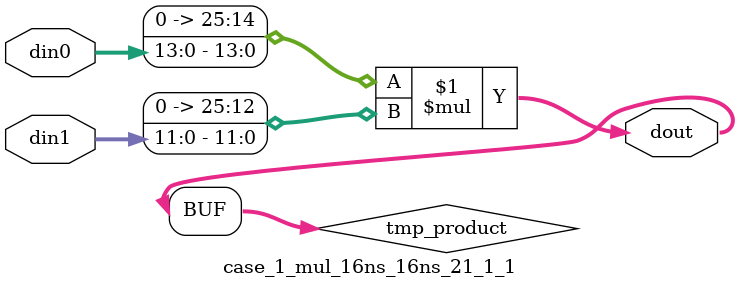
<source format=v>

`timescale 1 ns / 1 ps

 (* use_dsp = "no" *)  module case_1_mul_16ns_16ns_21_1_1(din0, din1, dout);
parameter ID = 1;
parameter NUM_STAGE = 0;
parameter din0_WIDTH = 14;
parameter din1_WIDTH = 12;
parameter dout_WIDTH = 26;

input [din0_WIDTH - 1 : 0] din0; 
input [din1_WIDTH - 1 : 0] din1; 
output [dout_WIDTH - 1 : 0] dout;

wire signed [dout_WIDTH - 1 : 0] tmp_product;
























assign tmp_product = $signed({1'b0, din0}) * $signed({1'b0, din1});











assign dout = tmp_product;





















endmodule

</source>
